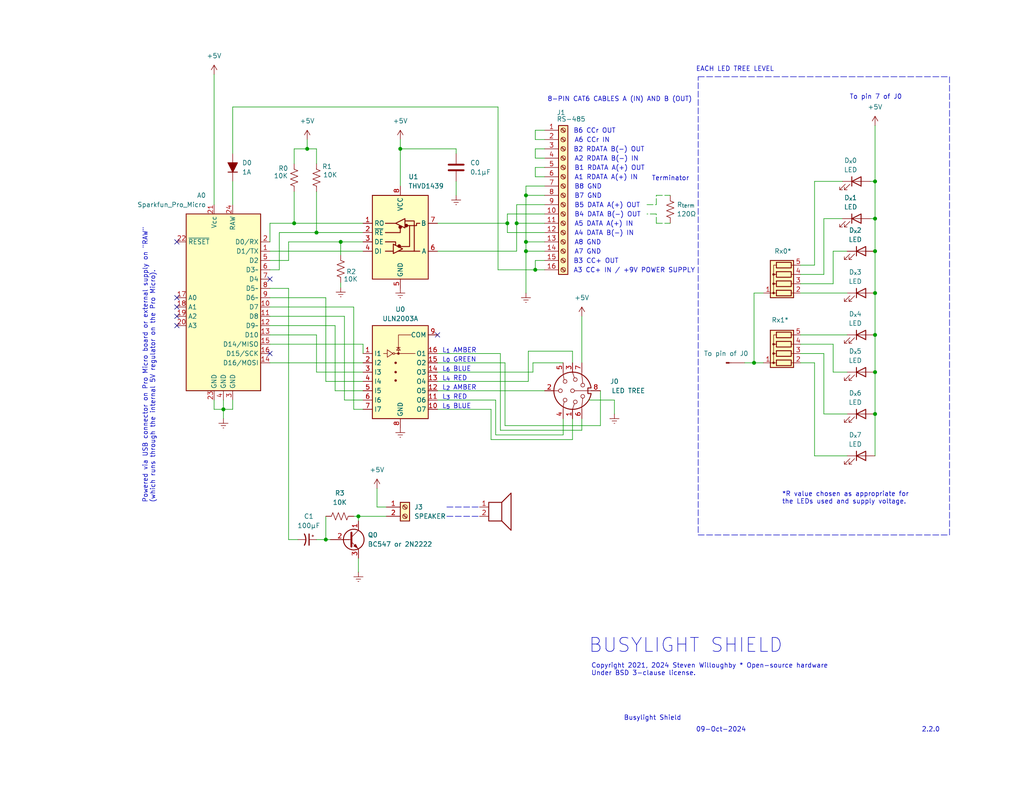
<source format=kicad_sch>
(kicad_sch (version 20231120) (generator "eeschema") (generator_version "8.0")
  (paper "USLetter")
  (lib_symbols
    (symbol "Connector:Conn_01x01_Pin" (pin_numbers hide) (pin_names (offset 1.016) hide)
      (property "Reference" "J" (at 0 2.54 0))
      (property "Value" "Conn_01x01_Pin" (at 0 -2.54 0))
      (symbol "Conn_01x01_Pin_1_1"
        (polyline (pts (xy 1.27 0) (xy 0.8636 0)) (stroke (width 0.1524)))
        (rectangle (start 0.8636 0.127) (end 0 -0.127) (stroke (width 0.1524)) (fill (type outline)))
        (pin passive line (at 5.08 0 180) (length 3.81) (name "Pin_1") (number "1"))
      )
    )
    (symbol "Connector:DIN-8" (pin_names (offset 1.016))
      (property "Reference" "J" (at 3.175 5.715 0))
      (property "Value" "DIN-8" (at 2.032 -5.842 0))
      (symbol "DIN-8_0_1"
        (arc (start -5.08 0) (mid -3.8609 -3.3364) (end -0.762 -5.08) (stroke (width 0.254)))
        (circle (center -3.048 -0.762) (radius 0.508))
        (circle (center -2.54 2.032) (radius 0.508))
        (circle (center -1.524 -2.794) (radius 0.508))
        (polyline (pts (xy -5.08 0) (xy -3.556 -0.508)))
        (polyline (pts (xy 0 -0.508) (xy 0 -5.08)))
        (polyline (pts (xy 0 5.08) (xy 0 3.81)))
        (polyline (pts (xy 5.08 0) (xy 3.556 -0.508)))
        (polyline (pts (xy -5.08 -2.54) (xy -4.318 -2.54) (xy -2.032 -2.794)))
        (polyline (pts (xy -5.08 2.54) (xy -4.318 2.54) (xy -3.048 2.286)))
        (polyline (pts (xy 5.08 -2.54) (xy 4.318 -2.54) (xy 2.032 -2.794)))
        (polyline (pts (xy 5.08 2.54) (xy 4.318 2.54) (xy 3.048 2.286)))
        (polyline (pts (xy -0.762 -4.953) (xy -0.762 -4.191) (xy 0.762 -4.191) (xy 0.762 -4.953)) (stroke (width 0.254)))
        (circle (center 0 0) (radius 0.508))
        (circle (center 0 3.302) (radius 0.508))
        (arc (start 0.762 -5.08) (mid 3.8685 -3.343) (end 5.08 0) (stroke (width 0.254)))
        (circle (center 1.524 -2.794) (radius 0.508))
        (circle (center 2.54 2.032) (radius 0.508))
        (circle (center 3.048 -0.762) (radius 0.508))
        (arc (start 5.08 0) (mid 0 5.0579) (end -5.08 0) (stroke (width 0.254)))
      )
      (symbol "DIN-8_1_1"
        (pin passive line (at -7.62 0 0) (length 2.54) (name "~") (number "1"))
        (pin passive line (at 0 7.62 270) (length 2.54) (name "~") (number "2"))
        (pin passive line (at 7.62 0 180) (length 2.54) (name "~") (number "3"))
        (pin passive line (at -7.62 2.54 0) (length 2.54) (name "~") (number "4"))
        (pin passive line (at 7.62 2.54 180) (length 2.54) (name "~") (number "5"))
        (pin passive line (at -7.62 -2.54 0) (length 2.54) (name "~") (number "6"))
        (pin passive line (at 7.62 -2.54 180) (length 2.54) (name "~") (number "7"))
        (pin passive line (at 0 -7.62 90) (length 2.54) (name "~") (number "8"))
      )
    )
    (symbol "Connector:Screw_Terminal_01x02" (pin_names (offset 1.016) hide)
      (property "Reference" "J" (at 0 2.54 0))
      (property "Value" "Screw_Terminal_01x02" (at 0 -5.08 0))
      (symbol "Screw_Terminal_01x02_1_1"
        (rectangle (start -1.27 1.27) (end 1.27 -3.81) (stroke (width 0.254)) (fill (type background)))
        (circle (center 0 -2.54) (radius 0.635) (stroke (width 0.1524)))
        (polyline (pts (xy -0.5334 -2.2098) (xy 0.3302 -3.048)) (stroke (width 0.1524)))
        (polyline (pts (xy -0.5334 0.3302) (xy 0.3302 -0.508)) (stroke (width 0.1524)))
        (polyline (pts (xy -0.3556 -2.032) (xy 0.508 -2.8702)) (stroke (width 0.1524)))
        (polyline (pts (xy -0.3556 0.508) (xy 0.508 -0.3302)) (stroke (width 0.1524)))
        (circle (center 0 0) (radius 0.635) (stroke (width 0.1524)))
        (pin passive line (at -5.08 0 0) (length 3.81) (name "Pin_1") (number "1"))
        (pin passive line (at -5.08 -2.54 0) (length 3.81) (name "Pin_2") (number "2"))
      )
    )
    (symbol "Connector:Screw_Terminal_01x16" (pin_names (offset 1.016) hide)
      (property "Reference" "J" (at 0 20.32 0))
      (property "Value" "Screw_Terminal_01x16" (at 0 -22.86 0))
      (symbol "Screw_Terminal_01x16_1_1"
        (rectangle (start -1.27 19.05) (end 1.27 -21.59) (stroke (width 0.254)) (fill (type background)))
        (circle (center 0 -20.32) (radius 0.635) (stroke (width 0.1524)))
        (circle (center 0 -17.78) (radius 0.635) (stroke (width 0.1524)))
        (circle (center 0 -15.24) (radius 0.635) (stroke (width 0.1524)))
        (circle (center 0 -12.7) (radius 0.635) (stroke (width 0.1524)))
        (circle (center 0 -10.16) (radius 0.635) (stroke (width 0.1524)))
        (circle (center 0 -7.62) (radius 0.635) (stroke (width 0.1524)))
        (circle (center 0 -5.08) (radius 0.635) (stroke (width 0.1524)))
        (circle (center 0 -2.54) (radius 0.635) (stroke (width 0.1524)))
        (polyline (pts (xy -0.5334 -19.9898) (xy 0.3302 -20.828)) (stroke (width 0.1524)))
        (polyline (pts (xy -0.5334 -17.4498) (xy 0.3302 -18.288)) (stroke (width 0.1524)))
        (polyline (pts (xy -0.5334 -14.9098) (xy 0.3302 -15.748)) (stroke (width 0.1524)))
        (polyline (pts (xy -0.5334 -12.3698) (xy 0.3302 -13.208)) (stroke (width 0.1524)))
        (polyline (pts (xy -0.5334 -9.8298) (xy 0.3302 -10.668)) (stroke (width 0.1524)))
        (polyline (pts (xy -0.5334 -7.2898) (xy 0.3302 -8.128)) (stroke (width 0.1524)))
        (polyline (pts (xy -0.5334 -4.7498) (xy 0.3302 -5.588)) (stroke (width 0.1524)))
        (polyline (pts (xy -0.5334 -2.2098) (xy 0.3302 -3.048)) (stroke (width 0.1524)))
        (polyline (pts (xy -0.5334 0.3302) (xy 0.3302 -0.508)) (stroke (width 0.1524)))
        (polyline (pts (xy -0.5334 2.8702) (xy 0.3302 2.032)) (stroke (width 0.1524)))
        (polyline (pts (xy -0.5334 5.4102) (xy 0.3302 4.572)) (stroke (width 0.1524)))
        (polyline (pts (xy -0.5334 7.9502) (xy 0.3302 7.112)) (stroke (width 0.1524)))
        (polyline (pts (xy -0.5334 10.4902) (xy 0.3302 9.652)) (stroke (width 0.1524)))
        (polyline (pts (xy -0.5334 13.0302) (xy 0.3302 12.192)) (stroke (width 0.1524)))
        (polyline (pts (xy -0.5334 15.5702) (xy 0.3302 14.732)) (stroke (width 0.1524)))
        (polyline (pts (xy -0.5334 18.1102) (xy 0.3302 17.272)) (stroke (width 0.1524)))
        (polyline (pts (xy -0.3556 -19.812) (xy 0.508 -20.6502)) (stroke (width 0.1524)))
        (polyline (pts (xy -0.3556 -17.272) (xy 0.508 -18.1102)) (stroke (width 0.1524)))
        (polyline (pts (xy -0.3556 -14.732) (xy 0.508 -15.5702)) (stroke (width 0.1524)))
        (polyline (pts (xy -0.3556 -12.192) (xy 0.508 -13.0302)) (stroke (width 0.1524)))
        (polyline (pts (xy -0.3556 -9.652) (xy 0.508 -10.4902)) (stroke (width 0.1524)))
        (polyline (pts (xy -0.3556 -7.112) (xy 0.508 -7.9502)) (stroke (width 0.1524)))
        (polyline (pts (xy -0.3556 -4.572) (xy 0.508 -5.4102)) (stroke (width 0.1524)))
        (polyline (pts (xy -0.3556 -2.032) (xy 0.508 -2.8702)) (stroke (width 0.1524)))
        (polyline (pts (xy -0.3556 0.508) (xy 0.508 -0.3302)) (stroke (width 0.1524)))
        (polyline (pts (xy -0.3556 3.048) (xy 0.508 2.2098)) (stroke (width 0.1524)))
        (polyline (pts (xy -0.3556 5.588) (xy 0.508 4.7498)) (stroke (width 0.1524)))
        (polyline (pts (xy -0.3556 8.128) (xy 0.508 7.2898)) (stroke (width 0.1524)))
        (polyline (pts (xy -0.3556 10.668) (xy 0.508 9.8298)) (stroke (width 0.1524)))
        (polyline (pts (xy -0.3556 13.208) (xy 0.508 12.3698)) (stroke (width 0.1524)))
        (polyline (pts (xy -0.3556 15.748) (xy 0.508 14.9098)) (stroke (width 0.1524)))
        (polyline (pts (xy -0.3556 18.288) (xy 0.508 17.4498)) (stroke (width 0.1524)))
        (circle (center 0 0) (radius 0.635) (stroke (width 0.1524)))
        (circle (center 0 2.54) (radius 0.635) (stroke (width 0.1524)))
        (circle (center 0 5.08) (radius 0.635) (stroke (width 0.1524)))
        (circle (center 0 7.62) (radius 0.635) (stroke (width 0.1524)))
        (circle (center 0 10.16) (radius 0.635) (stroke (width 0.1524)))
        (circle (center 0 12.7) (radius 0.635) (stroke (width 0.1524)))
        (circle (center 0 15.24) (radius 0.635) (stroke (width 0.1524)))
        (circle (center 0 17.78) (radius 0.635) (stroke (width 0.1524)))
        (pin passive line (at -5.08 17.78 0) (length 3.81) (name "Pin_1") (number "1"))
        (pin passive line (at -5.08 -5.08 0) (length 3.81) (name "Pin_10") (number "10"))
        (pin passive line (at -5.08 -7.62 0) (length 3.81) (name "Pin_11") (number "11"))
        (pin passive line (at -5.08 -10.16 0) (length 3.81) (name "Pin_12") (number "12"))
        (pin passive line (at -5.08 -12.7 0) (length 3.81) (name "Pin_13") (number "13"))
        (pin passive line (at -5.08 -15.24 0) (length 3.81) (name "Pin_14") (number "14"))
        (pin passive line (at -5.08 -17.78 0) (length 3.81) (name "Pin_15") (number "15"))
        (pin passive line (at -5.08 -20.32 0) (length 3.81) (name "Pin_16") (number "16"))
        (pin passive line (at -5.08 15.24 0) (length 3.81) (name "Pin_2") (number "2"))
        (pin passive line (at -5.08 12.7 0) (length 3.81) (name "Pin_3") (number "3"))
        (pin passive line (at -5.08 10.16 0) (length 3.81) (name "Pin_4") (number "4"))
        (pin passive line (at -5.08 7.62 0) (length 3.81) (name "Pin_5") (number "5"))
        (pin passive line (at -5.08 5.08 0) (length 3.81) (name "Pin_6") (number "6"))
        (pin passive line (at -5.08 2.54 0) (length 3.81) (name "Pin_7") (number "7"))
        (pin passive line (at -5.08 0 0) (length 3.81) (name "Pin_8") (number "8"))
        (pin passive line (at -5.08 -2.54 0) (length 3.81) (name "Pin_9") (number "9"))
      )
    )
    (symbol "Device:C" (pin_numbers hide) (pin_names (offset 0.254))
      (property "Reference" "C" (at 0.635 2.54 0))
      (property "Value" "C" (at 0.635 -2.54 0))
      (symbol "C_0_1"
        (polyline (pts (xy -2.032 -0.762) (xy 2.032 -0.762)) (stroke (width 0.508)))
        (polyline (pts (xy -2.032 0.762) (xy 2.032 0.762)) (stroke (width 0.508)))
      )
      (symbol "C_1_1"
        (pin passive line (at 0 3.81 270) (length 2.794) (name "~") (number "1"))
        (pin passive line (at 0 -3.81 90) (length 2.794) (name "~") (number "2"))
      )
    )
    (symbol "Device:C_Polarized_Small_US" (pin_numbers hide) (pin_names (offset 0.254) hide)
      (property "Reference" "C" (at 0.254 1.778 0))
      (property "Value" "C_Polarized_Small_US" (at 0.254 -2.032 0))
      (symbol "C_Polarized_Small_US_0_1"
        (polyline (pts (xy -1.524 0.508) (xy 1.524 0.508)) (stroke (width 0.3048)))
        (polyline (pts (xy -1.27 1.524) (xy -0.762 1.524)))
        (polyline (pts (xy -1.016 1.27) (xy -1.016 1.778)))
        (arc (start 1.524 -0.762) (mid 0 -0.3734) (end -1.524 -0.762) (stroke (width 0.3048)))
      )
      (symbol "C_Polarized_Small_US_1_1"
        (pin passive line (at 0 2.54 270) (length 2.032) (name "~") (number "1"))
        (pin passive line (at 0 -2.54 90) (length 2.032) (name "~") (number "2"))
      )
    )
    (symbol "Device:D_Filled" (pin_numbers hide) (pin_names (offset 1.016) hide)
      (property "Reference" "D" (at 0 2.54 0))
      (property "Value" "D_Filled" (at 0 -2.54 0))
      (symbol "D_Filled_0_1"
        (polyline (pts (xy -1.27 1.27) (xy -1.27 -1.27)) (stroke (width 0.254)))
        (polyline (pts (xy 1.27 0) (xy -1.27 0)))
        (polyline (pts (xy 1.27 1.27) (xy 1.27 -1.27) (xy -1.27 0) (xy 1.27 1.27)) (stroke (width 0.254)) (fill (type outline)))
      )
      (symbol "D_Filled_1_1"
        (pin passive line (at -3.81 0 0) (length 2.54) (name "K") (number "1"))
        (pin passive line (at 3.81 0 180) (length 2.54) (name "A") (number "2"))
      )
    )
    (symbol "Device:LED" (pin_numbers hide) (pin_names (offset 1.016) hide)
      (property "Reference" "D" (at 0 2.54 0))
      (property "Value" "LED" (at 0 -2.54 0))
      (symbol "LED_0_1"
        (polyline (pts (xy -1.27 -1.27) (xy -1.27 1.27)) (stroke (width 0.254)))
        (polyline (pts (xy -1.27 0) (xy 1.27 0)))
        (polyline (pts (xy 1.27 -1.27) (xy 1.27 1.27) (xy -1.27 0) (xy 1.27 -1.27)) (stroke (width 0.254)))
        (polyline (pts (xy -3.048 -0.762) (xy -4.572 -2.286) (xy -3.81 -2.286) (xy -4.572 -2.286) (xy -4.572 -1.524)))
        (polyline (pts (xy -1.778 -0.762) (xy -3.302 -2.286) (xy -2.54 -2.286) (xy -3.302 -2.286) (xy -3.302 -1.524)))
      )
      (symbol "LED_1_1"
        (pin passive line (at -3.81 0 0) (length 2.54) (name "K") (number "1"))
        (pin passive line (at 3.81 0 180) (length 2.54) (name "A") (number "2"))
      )
    )
    (symbol "Device:R_Network04" (pin_names (offset 0) hide)
      (property "Reference" "RN" (at -7.62 0 90))
      (property "Value" "R_Network04" (at 5.08 0 90))
      (symbol "R_Network04_0_1"
        (rectangle (start -6.35 -3.175) (end 3.81 3.175) (stroke (width 0.254)) (fill (type background)))
        (rectangle (start -5.842 1.524) (end -4.318 -2.54) (stroke (width 0.254)))
        (circle (center -5.08 2.286) (radius 0.254) (fill (type outline)))
        (rectangle (start -3.302 1.524) (end -1.778 -2.54) (stroke (width 0.254)))
        (circle (center -2.54 2.286) (radius 0.254) (fill (type outline)))
        (rectangle (start -0.762 1.524) (end 0.762 -2.54) (stroke (width 0.254)))
        (polyline (pts (xy -5.08 -2.54) (xy -5.08 -3.81)))
        (polyline (pts (xy -2.54 -2.54) (xy -2.54 -3.81)))
        (polyline (pts (xy 0 -2.54) (xy 0 -3.81)))
        (polyline (pts (xy 2.54 -2.54) (xy 2.54 -3.81)))
        (polyline (pts (xy -5.08 1.524) (xy -5.08 2.286) (xy -2.54 2.286) (xy -2.54 1.524)))
        (polyline (pts (xy -2.54 1.524) (xy -2.54 2.286) (xy 0 2.286) (xy 0 1.524)))
        (polyline (pts (xy 0 1.524) (xy 0 2.286) (xy 2.54 2.286) (xy 2.54 1.524)))
        (circle (center 0 2.286) (radius 0.254) (fill (type outline)))
        (rectangle (start 1.778 1.524) (end 3.302 -2.54) (stroke (width 0.254)))
      )
      (symbol "R_Network04_1_1"
        (pin passive line (at -5.08 5.08 270) (length 2.54) (name "common") (number "1"))
        (pin passive line (at -5.08 -5.08 90) (length 1.27) (name "R1") (number "2"))
        (pin passive line (at -2.54 -5.08 90) (length 1.27) (name "R2") (number "3"))
        (pin passive line (at 0 -5.08 90) (length 1.27) (name "R3") (number "4"))
        (pin passive line (at 2.54 -5.08 90) (length 1.27) (name "R4") (number "5"))
      )
    )
    (symbol "Device:R_US" (pin_numbers hide) (pin_names (offset 0))
      (property "Reference" "R" (at 2.54 0 90))
      (property "Value" "R_US" (at -2.54 0 90))
      (symbol "R_US_0_1"
        (polyline (pts (xy 0 -2.286) (xy 0 -2.54)))
        (polyline (pts (xy 0 2.286) (xy 0 2.54)))
        (polyline (pts (xy 0 -0.762) (xy 1.016 -1.143) (xy 0 -1.524) (xy -1.016 -1.905) (xy 0 -2.286)))
        (polyline (pts (xy 0 0.762) (xy 1.016 0.381) (xy 0 0) (xy -1.016 -0.381) (xy 0 -0.762)))
        (polyline (pts (xy 0 2.286) (xy 1.016 1.905) (xy 0 1.524) (xy -1.016 1.143) (xy 0 0.762)))
      )
      (symbol "R_US_1_1"
        (pin passive line (at 0 3.81 270) (length 1.27) (name "~") (number "1"))
        (pin passive line (at 0 -3.81 90) (length 1.27) (name "~") (number "2"))
      )
    )
    (symbol "Device:Speaker" (pin_names (offset 0) hide)
      (property "Reference" "LS" (at 1.27 5.715 0))
      (property "Value" "Speaker" (at 1.27 3.81 0))
      (symbol "Speaker_0_0"
        (rectangle (start -2.54 1.27) (end 1.016 -3.81) (stroke (width 0.254)))
        (polyline (pts (xy 1.016 1.27) (xy 3.556 3.81) (xy 3.556 -6.35) (xy 1.016 -3.81)) (stroke (width 0.254)))
      )
      (symbol "Speaker_1_1"
        (pin input line (at -5.08 0 0) (length 2.54) (name "1") (number "1"))
        (pin input line (at -5.08 -2.54 0) (length 2.54) (name "2") (number "2"))
      )
    )
    (symbol "Earth_1" (power) (pin_numbers hide) (pin_names (offset 0) hide)
      (property "Value" "Earth" (at 0 -3.81 0))
      (symbol "Earth_1_0_1"
        (polyline (pts (xy -0.635 -1.905) (xy 0.635 -1.905)))
        (polyline (pts (xy -0.127 -2.54) (xy 0.127 -2.54)))
        (polyline (pts (xy 0 -1.27) (xy 0 0)))
        (polyline (pts (xy 1.27 -1.27) (xy -1.27 -1.27)))
      )
      (symbol "Earth_1_1_1"
        (pin power_in line (at 0 0 270) (length 0) (name "~") (number "1"))
      )
    )
    (symbol "Interface_UART:THVD1420D"
      (property "Reference" "U" (at -6.096 11.43 0))
      (property "Value" "THVD1420D" (at 0.762 11.43 0))
      (symbol "THVD1420D_0_1"
        (rectangle (start -7.62 10.16) (end 7.62 -12.7) (stroke (width 0.254)) (fill (type background)))
        (circle (center -0.3048 -3.683) (radius 0.3556) (stroke (width 0.254)) (fill (type outline)))
        (circle (center -0.0254 1.4986) (radius 0.3556) (stroke (width 0.254)) (fill (type outline)))
        (polyline (pts (xy -4.064 -5.08) (xy -1.905 -5.08)) (stroke (width 0.254)))
        (polyline (pts (xy -4.064 2.54) (xy -1.27 2.54)) (stroke (width 0.254)))
        (polyline (pts (xy -1.27 -3.2004) (xy -1.27 -3.4544)) (stroke (width 0.254)))
        (polyline (pts (xy -0.635 -5.08) (xy 5.334 -5.08)) (stroke (width 0.254)))
        (polyline (pts (xy -4.064 -2.54) (xy -1.27 -2.54) (xy -1.27 -3.175)) (stroke (width 0.254)))
        (polyline (pts (xy 0 1.27) (xy 0 0) (xy -4.064 0)) (stroke (width 0.254)))
        (polyline (pts (xy 1.27 3.175) (xy 3.81 3.175) (xy 3.81 -5.08)) (stroke (width 0.254)))
        (polyline (pts (xy 2.54 1.905) (xy 2.54 -3.81) (xy 0 -3.81)) (stroke (width 0.254)))
        (polyline (pts (xy -1.905 -3.175) (xy -1.905 -5.715) (xy 0.635 -4.445) (xy -1.905 -3.175)) (stroke (width 0.254)))
        (polyline (pts (xy -1.27 2.54) (xy 1.27 3.81) (xy 1.27 1.27) (xy -1.27 2.54)) (stroke (width 0.254)))
        (polyline (pts (xy 1.905 1.905) (xy 4.445 1.905) (xy 4.445 2.54) (xy 5.334 2.54)) (stroke (width 0.254)))
        (rectangle (start 1.27 3.175) (end 1.27 3.175))
        (circle (center 1.651 1.905) (radius 0.3556) (stroke (width 0.254)) (fill (type outline)))
      )
      (symbol "THVD1420D_1_1"
        (pin output line (at -10.16 2.54 0) (length 2.54) (name "RO") (number "1"))
        (pin input line (at -10.16 0 0) (length 2.54) (name "~{RE}") (number "2"))
        (pin input line (at -10.16 -2.54 0) (length 2.54) (name "DE") (number "3"))
        (pin input line (at -10.16 -5.08 0) (length 2.54) (name "DI") (number "4"))
        (pin power_in line (at 0 -15.24 90) (length 2.54) (name "GND") (number "5"))
        (pin bidirectional line (at 10.16 -5.08 180) (length 2.54) (name "A") (number "6"))
        (pin bidirectional line (at 10.16 2.54 180) (length 2.54) (name "B") (number "7"))
        (pin power_in line (at 0 12.7 270) (length 2.54) (name "VCC") (number "8"))
      )
    )
    (symbol "MCU_Module_Local:Sparkfun_Pro_Micro"
      (property "Reference" "A" (at -10.16 23.495 0))
      (property "Value" "Sparkfun_Pro_Micro" (at 5.08 -26.67 0))
      (symbol "Sparkfun_Pro_Micro_0_1"
        (rectangle (start -10.16 22.86) (end 10.16 -25.4) (stroke (width 0.254)) (fill (type background)))
      )
      (symbol "Sparkfun_Pro_Micro_1_1"
        (pin bidirectional line (at -12.7 12.7 0) (length 2.54) (name "D1/TX") (number "1"))
        (pin bidirectional line (at -12.7 -2.54 0) (length 2.54) (name "D7") (number "10"))
        (pin bidirectional line (at -12.7 -5.08 0) (length 2.54) (name "D8") (number "11"))
        (pin bidirectional line (at -12.7 -7.62 0) (length 2.54) (name "D9~") (number "12"))
        (pin bidirectional line (at -12.7 -10.16 0) (length 2.54) (name "D10") (number "13"))
        (pin bidirectional line (at -12.7 -17.78 0) (length 2.54) (name "D16/MOSI") (number "14"))
        (pin bidirectional line (at -12.7 -12.7 0) (length 2.54) (name "D14/MISO") (number "15"))
        (pin bidirectional line (at -12.7 -15.24 0) (length 2.54) (name "D15/SCK") (number "16"))
        (pin bidirectional line (at 12.7 0 180) (length 2.54) (name "A0") (number "17"))
        (pin bidirectional line (at 12.7 -2.54 180) (length 2.54) (name "A1") (number "18"))
        (pin bidirectional line (at 12.7 -5.08 180) (length 2.54) (name "A2") (number "19"))
        (pin bidirectional line (at -12.7 15.24 0) (length 2.54) (name "D0/RX") (number "2"))
        (pin bidirectional line (at 12.7 -7.62 180) (length 2.54) (name "A3") (number "20"))
        (pin power_out line (at 2.54 25.4 270) (length 2.54) (name "Vcc") (number "21"))
        (pin input line (at 12.7 15.24 180) (length 2.54) (name "~{RESET}") (number "22"))
        (pin power_in line (at 2.54 -27.94 90) (length 2.54) (name "GND") (number "23"))
        (pin power_in line (at -2.54 25.4 270) (length 2.54) (name "RAW") (number "24"))
        (pin power_in line (at -2.54 -27.94 90) (length 2.54) (name "GND") (number "3"))
        (pin power_in line (at 0 -27.94 90) (length 2.54) (name "GND") (number "4"))
        (pin bidirectional line (at -12.7 10.16 0) (length 2.54) (name "D2") (number "5"))
        (pin bidirectional line (at -12.7 7.62 0) (length 2.54) (name "D3~") (number "6"))
        (pin bidirectional line (at -12.7 5.08 0) (length 2.54) (name "D4") (number "7"))
        (pin bidirectional line (at -12.7 2.54 0) (length 2.54) (name "D5~") (number "8"))
        (pin bidirectional line (at -12.7 0 0) (length 2.54) (name "D6~") (number "9"))
      )
    )
    (symbol "Transistor_Array:ULN2003A"
      (property "Reference" "U" (at 0 15.875 0))
      (property "Value" "ULN2003A" (at 0 13.97 0))
      (symbol "ULN2003A_0_1"
        (rectangle (start -7.62 -12.7) (end 7.62 12.7) (stroke (width 0.254)) (fill (type background)))
        (circle (center -1.778 5.08) (radius 0.254))
        (circle (center -1.27 -2.286) (radius 0.254) (fill (type outline)))
        (circle (center -1.27 0) (radius 0.254) (fill (type outline)))
        (circle (center -1.27 2.54) (radius 0.254) (fill (type outline)))
        (circle (center -0.508 5.08) (radius 0.254) (fill (type outline)))
        (polyline (pts (xy -4.572 5.08) (xy -3.556 5.08)))
        (polyline (pts (xy -1.524 5.08) (xy 4.064 5.08)))
        (polyline (pts (xy 0 6.731) (xy -1.016 6.731)))
        (polyline (pts (xy -0.508 5.08) (xy -0.508 10.16) (xy 2.921 10.16)))
        (polyline (pts (xy -3.556 6.096) (xy -3.556 4.064) (xy -2.032 5.08) (xy -3.556 6.096)))
        (polyline (pts (xy 0 5.969) (xy -1.016 5.969) (xy -0.508 6.731) (xy 0 5.969)))
      )
      (symbol "ULN2003A_1_1"
        (pin input line (at -10.16 5.08 0) (length 2.54) (name "I1") (number "1"))
        (pin open_collector line (at 10.16 -10.16 180) (length 2.54) (name "O7") (number "10"))
        (pin open_collector line (at 10.16 -7.62 180) (length 2.54) (name "O6") (number "11"))
        (pin open_collector line (at 10.16 -5.08 180) (length 2.54) (name "O5") (number "12"))
        (pin open_collector line (at 10.16 -2.54 180) (length 2.54) (name "O4") (number "13"))
        (pin open_collector line (at 10.16 0 180) (length 2.54) (name "O3") (number "14"))
        (pin open_collector line (at 10.16 2.54 180) (length 2.54) (name "O2") (number "15"))
        (pin open_collector line (at 10.16 5.08 180) (length 2.54) (name "O1") (number "16"))
        (pin input line (at -10.16 2.54 0) (length 2.54) (name "I2") (number "2"))
        (pin input line (at -10.16 0 0) (length 2.54) (name "I3") (number "3"))
        (pin input line (at -10.16 -2.54 0) (length 2.54) (name "I4") (number "4"))
        (pin input line (at -10.16 -5.08 0) (length 2.54) (name "I5") (number "5"))
        (pin input line (at -10.16 -7.62 0) (length 2.54) (name "I6") (number "6"))
        (pin input line (at -10.16 -10.16 0) (length 2.54) (name "I7") (number "7"))
        (pin power_in line (at 0 -15.24 90) (length 2.54) (name "GND") (number "8"))
        (pin passive line (at 10.16 10.16 180) (length 2.54) (name "COM") (number "9"))
      )
    )
    (symbol "Transistor_BJT:BC547" (pin_names (offset 0) hide)
      (property "Reference" "Q" (at 5.08 1.905 0))
      (property "Value" "BC547" (at 5.08 0 0))
      (symbol "BC547_0_1"
        (polyline (pts (xy 0 0) (xy 0.635 0)))
        (polyline (pts (xy 0.635 0.635) (xy 2.54 2.54)))
        (polyline (pts (xy 0.635 -0.635) (xy 2.54 -2.54) (xy 2.54 -2.54)))
        (polyline (pts (xy 0.635 1.905) (xy 0.635 -1.905) (xy 0.635 -1.905)) (stroke (width 0.508)))
        (polyline (pts (xy 1.27 -1.778) (xy 1.778 -1.27) (xy 2.286 -2.286) (xy 1.27 -1.778) (xy 1.27 -1.778)) (fill (type outline)))
        (circle (center 1.27 0) (radius 2.8194) (stroke (width 0.254)))
      )
      (symbol "BC547_1_1"
        (pin passive line (at 2.54 5.08 270) (length 2.54) (name "C") (number "1"))
        (pin input line (at -5.08 0 0) (length 5.08) (name "B") (number "2"))
        (pin passive line (at 2.54 -5.08 90) (length 2.54) (name "E") (number "3"))
      )
    )
    (symbol "power:+5V" (power) (pin_names (offset 0))
      (property "Value" "+5V" (at 0 3.556 0))
      (symbol "+5V_0_1"
        (polyline (pts (xy -0.762 1.27) (xy 0 2.54)))
        (polyline (pts (xy 0 0) (xy 0 2.54)))
        (polyline (pts (xy 0 2.54) (xy 0.762 1.27)))
      )
      (symbol "+5V_1_1"
        (pin power_in line (at 0 0 90) (length 0) hide (name "+5V") (number "1"))
      )
    )
    (symbol "power:Earth" (power) (pin_names (offset 0))
      (symbol "Earth_0_1"
        (polyline (pts (xy -0.635 -1.905) (xy 0.635 -1.905)))
        (polyline (pts (xy -0.127 -2.54) (xy 0.127 -2.54)))
        (polyline (pts (xy 0 -1.27) (xy 0 0)))
        (polyline (pts (xy 1.27 -1.27) (xy -1.27 -1.27)))
      )
      (symbol "Earth_1_1"
        (pin power_in line (at 0 0 270) (length 0) hide (name "Earth") (number "1"))
      )
    )
  )
  (junction (at 238.76 113.03))
  (junction (at 238.76 80.01))
  (junction (at 238.76 91.44))
  (junction (at 205.74 99.06))
  (junction (at 146.05 73.66))
  (junction (at 140.97 60.96))
  (junction (at 238.76 59.69))
  (junction (at 143.51 53.34))
  (junction (at 92.964 66.04))
  (junction (at 138.43 60.96))
  (junction (at 109.22 40.64))
  (junction (at 80.264 60.96))
  (junction (at 97.79 140.97))
  (junction (at 238.76 68.58))
  (junction (at 143.51 66.04))
  (junction (at 238.76 49.53))
  (junction (at 143.51 68.58))
  (junction (at 86.36 63.5))
  (junction (at 83.82 40.64))
  (junction (at 238.76 101.6))
  (junction (at 88.9 147.32))
  (junction (at 60.96 111.76))
  (no_connect (at 48.26 88.9))
  (no_connect (at 73.66 76.2))
  (no_connect (at 48.26 83.82))
  (no_connect (at 48.26 66.04))
  (no_connect (at 119.38 91.44))
  (no_connect (at 48.26 86.36))
  (no_connect (at 73.66 96.52))
  (no_connect (at 48.26 81.28))
  (wire (pts (xy 222.25 99.06) (xy 222.25 124.46)))
  (wire (pts (xy 137.795 99.06) (xy 137.795 116.205)))
  (wire (pts (xy 78.74 78.74) (xy 73.66 78.74)))
  (wire (pts (xy 80.264 52.324) (xy 80.264 60.96)))
  (wire (pts (xy 119.38 96.52) (xy 136.525 96.52)))
  (wire (pts (xy 88.9 147.32) (xy 90.17 147.32)))
  (wire (pts (xy 119.38 101.6) (xy 145.415 101.6)))
  (wire (pts (xy 93.98 109.22) (xy 99.06 109.22)))
  (wire (pts (xy 143.51 50.8) (xy 143.51 53.34)))
  (wire (pts (xy 76.2 63.5) (xy 86.36 63.5)))
  (wire (pts (xy 73.66 91.44) (xy 86.36 91.44)))
  (wire (pts (xy 167.64 113.03) (xy 167.64 109.22)))
  (wire (pts (xy 73.66 88.9) (xy 91.44 88.9)))
  (wire (pts (xy 227.33 101.6) (xy 231.14 101.6)))
  (wire (pts (xy 224.79 96.52) (xy 224.79 113.03)))
  (wire (pts (xy 238.76 101.6) (xy 238.76 113.03)))
  (wire (pts (xy 133.985 111.76) (xy 133.985 120.015)))
  (wire (pts (xy 179.07 58.42) (xy 176.53 58.42)) (stroke (width 0) (type dash)))
  (wire (pts (xy 73.66 86.36) (xy 93.98 86.36)))
  (wire (pts (xy 146.05 45.72) (xy 146.05 48.26)))
  (wire (pts (xy 176.53 55.88) (xy 179.07 55.88)) (stroke (width 0) (type dash)))
  (wire (pts (xy 224.79 59.69) (xy 229.87 59.69)))
  (wire (pts (xy 119.38 111.76) (xy 133.985 111.76)))
  (wire (pts (xy 148.59 40.64) (xy 146.05 40.64)))
  (wire (pts (xy 148.59 35.56) (xy 146.05 35.56)))
  (wire (pts (xy 146.05 71.12) (xy 146.05 73.66)))
  (wire (pts (xy 179.07 55.88) (xy 179.07 53.34)) (stroke (width 0) (type dash)))
  (wire (pts (xy 146.05 38.1) (xy 148.59 38.1)))
  (wire (pts (xy 119.38 99.06) (xy 137.795 99.06)))
  (wire (pts (xy 96.52 140.97) (xy 97.79 140.97)))
  (wire (pts (xy 86.36 101.6) (xy 99.06 101.6)))
  (wire (pts (xy 60.96 111.76) (xy 60.96 114.3)))
  (wire (pts (xy 135.255 109.22) (xy 135.255 118.745)))
  (wire (pts (xy 143.51 68.58) (xy 143.51 80.01)))
  (wire (pts (xy 73.66 60.96) (xy 80.264 60.96)))
  (wire (pts (xy 63.5 49.53) (xy 63.5 55.88)))
  (wire (pts (xy 218.44 74.93) (xy 224.79 74.93)))
  (wire (pts (xy 238.76 113.03) (xy 238.76 124.46)))
  (wire (pts (xy 227.33 68.58) (xy 231.14 68.58)))
  (wire (pts (xy 60.96 109.22) (xy 60.96 111.76)))
  (wire (pts (xy 102.87 138.43) (xy 102.87 133.35)))
  (polyline (pts (xy 121.92 140.97) (xy 130.81 140.97)) (stroke (width 0) (type dash)))
  (wire (pts (xy 88.9 140.97) (xy 88.9 147.32)))
  (wire (pts (xy 143.51 68.58) (xy 148.59 68.58)))
  (wire (pts (xy 146.05 35.56) (xy 146.05 38.1)))
  (wire (pts (xy 92.964 66.04) (xy 99.06 66.04)))
  (wire (pts (xy 86.36 63.5) (xy 99.06 63.5)))
  (wire (pts (xy 148.59 45.72) (xy 146.05 45.72)))
  (wire (pts (xy 143.51 53.34) (xy 148.59 53.34)))
  (wire (pts (xy 143.51 53.34) (xy 143.51 66.04)))
  (wire (pts (xy 146.05 71.12) (xy 148.59 71.12)))
  (wire (pts (xy 146.05 73.66) (xy 148.59 73.66)))
  (wire (pts (xy 105.41 138.43) (xy 102.87 138.43)))
  (wire (pts (xy 148.59 50.8) (xy 143.51 50.8)))
  (wire (pts (xy 156.21 95.885) (xy 156.21 99.06)))
  (wire (pts (xy 133.985 120.015) (xy 156.21 120.015)))
  (polyline (pts (xy 121.92 138.43) (xy 130.81 138.43)) (stroke (width 0) (type dash)))
  (wire (pts (xy 140.97 60.96) (xy 140.97 55.88)))
  (wire (pts (xy 227.33 93.98) (xy 227.33 101.6)))
  (wire (pts (xy 163.83 116.205) (xy 163.83 106.68)))
  (wire (pts (xy 227.33 77.47) (xy 227.33 68.58)))
  (wire (pts (xy 238.76 91.44) (xy 238.76 101.6)))
  (wire (pts (xy 146.05 43.18) (xy 148.59 43.18)))
  (wire (pts (xy 179.07 60.96) (xy 179.07 58.42)) (stroke (width 0) (type dash)))
  (wire (pts (xy 73.66 68.58) (xy 99.06 68.58)))
  (wire (pts (xy 124.46 49.53) (xy 124.46 53.34)))
  (wire (pts (xy 160.655 109.22) (xy 167.64 109.22)))
  (wire (pts (xy 124.46 40.64) (xy 109.22 40.64)))
  (wire (pts (xy 156.21 120.015) (xy 156.21 114.3)))
  (wire (pts (xy 224.79 113.03) (xy 231.14 113.03)))
  (wire (pts (xy 138.43 58.42) (xy 148.59 58.42)))
  (wire (pts (xy 144.145 104.14) (xy 144.145 95.885)))
  (wire (pts (xy 218.44 99.06) (xy 222.25 99.06)))
  (wire (pts (xy 73.66 93.98) (xy 99.06 93.98)))
  (wire (pts (xy 96.52 83.82) (xy 96.52 111.76)))
  (wire (pts (xy 138.43 63.5) (xy 138.43 60.96)))
  (wire (pts (xy 63.5 29.21) (xy 63.5 41.91)))
  (wire (pts (xy 88.9 81.28) (xy 88.9 104.14)))
  (wire (pts (xy 145.415 99.06) (xy 153.67 99.06)))
  (wire (pts (xy 119.38 60.96) (xy 138.43 60.96)))
  (wire (pts (xy 145.415 101.6) (xy 145.415 99.06)))
  (wire (pts (xy 86.36 91.44) (xy 86.36 101.6)))
  (wire (pts (xy 97.79 140.97) (xy 97.79 142.24)))
  (wire (pts (xy 238.76 49.53) (xy 238.76 59.69)))
  (wire (pts (xy 73.66 73.66) (xy 76.2 73.66)))
  (wire (pts (xy 136.525 96.52) (xy 136.525 117.475)))
  (wire (pts (xy 218.44 93.98) (xy 227.33 93.98)))
  (wire (pts (xy 92.964 78.486) (xy 92.964 77.216)))
  (wire (pts (xy 148.59 63.5) (xy 138.43 63.5)))
  (wire (pts (xy 78.74 147.32) (xy 81.28 147.32)))
  (wire (pts (xy 222.25 49.53) (xy 229.87 49.53)))
  (wire (pts (xy 63.5 111.76) (xy 60.96 111.76)))
  (wire (pts (xy 73.66 83.82) (xy 96.52 83.82)))
  (wire (pts (xy 143.51 66.04) (xy 148.59 66.04)))
  (wire (pts (xy 96.52 111.76) (xy 99.06 111.76)))
  (wire (pts (xy 144.145 95.885) (xy 156.21 95.885)))
  (wire (pts (xy 91.44 106.68) (xy 99.06 106.68)))
  (wire (pts (xy 99.06 93.98) (xy 99.06 96.52)))
  (wire (pts (xy 93.98 86.36) (xy 93.98 109.22)))
  (wire (pts (xy 80.264 60.96) (xy 99.06 60.96)))
  (wire (pts (xy 222.25 72.39) (xy 222.25 49.53)))
  (wire (pts (xy 73.66 71.12) (xy 78.74 71.12)))
  (wire (pts (xy 88.9 104.14) (xy 99.06 104.14)))
  (wire (pts (xy 119.38 104.14) (xy 144.145 104.14)))
  (wire (pts (xy 92.964 69.596) (xy 92.964 66.04)))
  (wire (pts (xy 140.97 60.96) (xy 148.59 60.96)))
  (wire (pts (xy 135.89 29.21) (xy 135.89 73.66)))
  (wire (pts (xy 203.2 99.06) (xy 205.74 99.06)))
  (wire (pts (xy 237.49 59.69) (xy 238.76 59.69)))
  (wire (pts (xy 224.79 74.93) (xy 224.79 59.69)))
  (wire (pts (xy 78.74 66.04) (xy 92.964 66.04)))
  (wire (pts (xy 138.43 60.96) (xy 138.43 58.42)))
  (wire (pts (xy 158.75 86.36) (xy 158.75 99.06)))
  (wire (pts (xy 218.44 80.01) (xy 231.14 80.01)))
  (wire (pts (xy 218.44 77.47) (xy 227.33 77.47)))
  (wire (pts (xy 86.36 44.704) (xy 86.36 40.64)))
  (wire (pts (xy 124.46 41.91) (xy 124.46 40.64)))
  (wire (pts (xy 119.38 109.22) (xy 135.255 109.22)))
  (wire (pts (xy 238.76 80.01) (xy 238.76 91.44)))
  (wire (pts (xy 63.5 29.21) (xy 135.89 29.21)))
  (wire (pts (xy 86.36 40.64) (xy 83.82 40.64)))
  (wire (pts (xy 86.36 147.32) (xy 88.9 147.32)))
  (wire (pts (xy 153.67 114.3) (xy 153.67 118.745)))
  (wire (pts (xy 238.76 34.29) (xy 238.76 49.53)))
  (wire (pts (xy 179.07 60.96) (xy 182.88 60.96)) (stroke (width 0) (type dash)))
  (wire (pts (xy 91.44 88.9) (xy 91.44 106.68)))
  (wire (pts (xy 76.2 73.66) (xy 76.2 63.5)))
  (wire (pts (xy 208.28 80.01) (xy 205.74 80.01)))
  (wire (pts (xy 119.38 68.58) (xy 140.97 68.58)))
  (wire (pts (xy 78.74 71.12) (xy 78.74 66.04)))
  (wire (pts (xy 238.76 68.58) (xy 238.76 80.01)))
  (wire (pts (xy 140.97 55.88) (xy 148.59 55.88)))
  (wire (pts (xy 135.89 73.66) (xy 146.05 73.66)))
  (wire (pts (xy 140.97 68.58) (xy 140.97 60.96)))
  (wire (pts (xy 179.07 53.34) (xy 182.88 53.34)) (stroke (width 0) (type dash)))
  (wire (pts (xy 58.42 111.76) (xy 60.96 111.76)))
  (wire (pts (xy 109.22 38.1) (xy 109.22 40.64)))
  (wire (pts (xy 58.42 109.22) (xy 58.42 111.76)))
  (wire (pts (xy 137.795 116.205) (xy 163.83 116.205)))
  (wire (pts (xy 238.76 59.69) (xy 238.76 68.58)))
  (wire (pts (xy 237.49 49.53) (xy 238.76 49.53)))
  (wire (pts (xy 97.79 152.4) (xy 97.79 156.21)))
  (wire (pts (xy 146.05 40.64) (xy 146.05 43.18)))
  (wire (pts (xy 205.74 99.06) (xy 208.28 99.06)))
  (wire (pts (xy 80.264 40.64) (xy 83.82 40.64)))
  (wire (pts (xy 135.255 118.745) (xy 153.67 118.745)))
  (wire (pts (xy 63.5 109.22) (xy 63.5 111.76)))
  (wire (pts (xy 80.264 40.64) (xy 80.264 44.704)))
  (wire (pts (xy 143.51 66.04) (xy 143.51 68.58)))
  (wire (pts (xy 73.66 66.04) (xy 73.66 60.96)))
  (wire (pts (xy 73.66 81.28) (xy 88.9 81.28)))
  (wire (pts (xy 86.36 52.324) (xy 86.36 63.5)))
  (wire (pts (xy 146.05 48.26) (xy 148.59 48.26)))
  (wire (pts (xy 222.25 124.46) (xy 231.14 124.46)))
  (wire (pts (xy 136.525 117.475) (xy 158.75 117.475)))
  (wire (pts (xy 119.38 106.68) (xy 148.59 106.68)))
  (wire (pts (xy 218.44 72.39) (xy 222.25 72.39)))
  (wire (pts (xy 83.82 38.1) (xy 83.82 40.64)))
  (wire (pts (xy 205.74 80.01) (xy 205.74 99.06)))
  (wire (pts (xy 97.79 140.97) (xy 105.41 140.97)))
  (wire (pts (xy 78.74 147.32) (xy 78.74 78.74)))
  (wire (pts (xy 158.75 117.475) (xy 158.75 114.3)))
  (wire (pts (xy 58.42 20.32) (xy 58.42 55.88)))
  (wire (pts (xy 218.44 96.52) (xy 224.79 96.52)))
  (wire (pts (xy 218.44 91.44) (xy 231.14 91.44)))
  (wire (pts (xy 109.22 40.64) (xy 109.22 50.8)))
  (wire (pts (xy 73.66 99.06) (xy 99.06 99.06)))
  (rectangle (start 190.5 20.955) (end 259.08 146.05) (stroke (width 0) (type dash)))
  (text "B7 GND" (at 156.718 53.594 0) (effects (font (size 1.27 1.27)) (justify left)))
  (text "L_{6} BLUE" (at 120.65 101.6 0) (effects (font (size 1.27 1.27)) (justify left bottom)))
  (text "L_{1} AMBER" (at 120.65 96.52 0) (effects (font (size 1.27 1.27)) (justify left bottom)))
  (text "09-Oct-2024" (at 189.865 200.025 0) (effects (font (size 1.27 1.27)) (justify left bottom)))
  (text "B3 CC+ OUT" (at 156.464 71.374 0) (effects (font (size 1.27 1.27)) (justify left)))
  (text "8-PIN CAT6 CABLES A (IN) AND B (OUT)" (at 149.352 27.178 0) (effects (font (size 1.27 1.27)) (justify left)))
  (text "A4 DATA B(-) IN" (at 156.718 63.754 0) (effects (font (size 1.27 1.27)) (justify left)))
  (text "A5 DATA A(+) IN" (at 156.718 61.214 0) (effects (font (size 1.27 1.27)) (justify left)))
  (text "A2 RDATA B(-) IN" (at 156.718 43.434 0) (effects (font (size 1.27 1.27)) (justify left)))
  (text "Copyright 2021, 2024 Steven Willoughby * Open-source hardware\nUnder BSD 3-clause license." (at 161.29 182.88 0) (effects (font (size 1.27 1.27)) (justify left)))
  (text "L_{3} RED" (at 120.65 109.22 0) (effects (font (size 1.27 1.27)) (justify left bottom)))
  (text "A1 RDATA A(+) IN" (at 156.718 48.514 0) (effects (font (size 1.27 1.27)) (justify left)))
  (text "Busylight Shield" (at 170.18 196.85 0) (effects (font (size 1.27 1.27)) (justify left bottom)))
  (text "L_{5} BLUE" (at 120.65 111.76 0) (effects (font (size 1.27 1.27)) (justify left bottom)))
  (text "Terminator" (at 177.8 49.53 0) (effects (font (size 1.27 1.27)) (justify left bottom)))
  (text "A8 GND" (at 156.718 66.294 0) (effects (font (size 1.27 1.27)) (justify left)))
  (text "L_{2} AMBER" (at 120.65 106.68 0) (effects (font (size 1.27 1.27)) (justify left bottom)))
  (text "To pin 7 of J0" (at 231.775 27.305 0) (effects (font (size 1.27 1.27)) (justify left bottom)))
  (text "B2 RDATA B(-) OUT" (at 156.464 40.894 0) (effects (font (size 1.27 1.27)) (justify left)))
  (text "A3 CC+ IN / +9V POWER SUPPLY" (at 156.464 73.914 0) (effects (font (size 1.27 1.27)) (justify left)))
  (text "B1 RDATA A(+) OUT" (at 156.718 45.974 0) (effects (font (size 1.27 1.27)) (justify left)))
  (text "A6 CCr IN" (at 156.718 38.354 0) (effects (font (size 1.27 1.27)) (justify left)))
  (text "Powered via USB connector on Pro Micro board or external supply on \"RAW\"\n(which runs through the internal 5V regulator on the Pro Micro).\n" (at 42.418 137.414 90) (effects (font (size 1.27 1.27)) (justify left bottom)))
  (text "EACH LED TREE LEVEL" (at 189.865 19.685 0) (effects (font (size 1.27 1.27)) (justify left bottom)))
  (text "B8 GND" (at 156.718 51.054 0) (effects (font (size 1.27 1.27)) (justify left)))
  (text "L_{0} GREEN" (at 120.65 99.06 0) (effects (font (size 1.27 1.27)) (justify left bottom)))
  (text "B5 DATA A(+) OUT" (at 156.718 56.134 0) (effects (font (size 1.27 1.27)) (justify left)))
  (text "2.2.0" (at 251.46 200.025 0) (effects (font (size 1.27 1.27)) (justify left bottom)))
  (text "B4 DATA B(-) OUT" (at 156.718 58.674 0) (effects (font (size 1.27 1.27)) (justify left)))
  (text "BUSYLIGHT SHIELD" (at 160.528 178.562 0) (effects (font (size 3.81 3.81)) (justify left bottom)))
  (text "B6 CCr OUT" (at 156.464 35.814 0) (effects (font (size 1.27 1.27)) (justify left)))
  (text "*R value chosen as appropriate for\nthe LEDs used and supply voltage." (at 213.36 137.795 0) (effects (font (size 1.27 1.27)) (justify left bottom)))
  (text "A7 GND" (at 156.718 68.834 0) (effects (font (size 1.27 1.27)) (justify left)))
  (text "L_{4} RED" (at 120.65 104.14 0) (effects (font (size 1.27 1.27)) (justify left bottom)))
  (symbol (lib_id "Device:R_US") (at 92.964 73.406 0) (unit 1)
    (property "Reference" "R2" (at 94.488 74.168 0) (effects (justify left)))
    (property "Value" "10K" (at 93.726 76.2 0) (effects (justify left)))
    (property "Description" "Resistor, US symbol" (effects (hide yes)))
  )
  (symbol (lib_id "Connector:DIN-8") (at 156.21 106.68 90) (unit 1)
    (property "Reference" "J0" (at 167.64 104.14 90))
    (property "Value" "LED TREE" (at 171.45 106.68 90))
    (property "Datasheet" "http://www.mouser.com/ds/2/18/40_c091_abd_e-75918.pdf" (effects (hide yes)))
  )
  (symbol (lib_id "Device:R_Network04") (at 213.36 74.93 90) (unit 1)
    (property "Reference" "Rx0*" (at 213.614 68.58 90))
    (property "Value" "R_Network04" (effects (hide yes)))
    (property "Footprint" "Resistor_THT:R_Array_SIP5" (effects (hide yes)))
    (property "Datasheet" "http://www.vishay.com/docs/31509/csc.pdf" (effects (hide yes)))
    (property "Description" "4 resistor network, star topology, bussed resistors, small symbol" (effects (hide yes)))
  )
  (symbol (lib_id "Device:LED") (at 234.95 124.46 0) (unit 1)
    (property "Reference" "D_{x}7" (at 233.3625 118.745 0))
    (property "Value" "LED" (at 233.3625 121.285 0))
  )
  (symbol (lib_id "Device:C") (at 124.46 45.72 0) (unit 1)
    (property "Reference" "C0" (at 128.27 44.45 0) (effects (justify left)))
    (property "Value" "0.1μF" (at 128.27 46.99 0) (effects (justify left)))
  )
  (symbol (lib_id "Connector:Screw_Terminal_01x16") (at 153.67 53.34 0) (unit 1)
    (property "Reference" "J1" (at 151.892 30.734 0) (effects (justify left)))
    (property "Value" "RS-485" (at 151.892 32.512 0) (effects (justify left)))
    (property "Description" "Generic screw terminal, single row, 01x16, script generated (kicad-library-utils/schlib/autogen/connector/)" (effects (hide yes)))
  )
  (symbol (lib_id "Device:LED") (at 233.68 49.53 0) (unit 1)
    (property "Reference" "D_{x}0" (at 232.0925 43.815 0))
    (property "Value" "LED" (at 232.0925 46.355 0))
  )
  (symbol (lib_id "power:+5V") (at 83.82 38.1 0) (unit 1)
    (property "Reference" "#PWR07" (effects (hide yes)))
    (property "Value" "+5V" (at 83.82 33.02 0))
  )
  (symbol (lib_id "Device:LED") (at 234.95 68.58 0) (unit 1)
    (property "Reference" "D_{x}2" (at 233.3625 62.865 0))
    (property "Value" "LED" (at 233.3625 65.405 0))
  )
  (symbol (lib_id "power:+5V") (at 238.76 34.29 0) (unit 1)
    (property "Reference" "#PWR011" (effects (hide yes)))
    (property "Value" "+5V" (at 238.76 29.21 0))
  )
  (symbol (lib_id "Device:LED") (at 234.95 91.44 0) (unit 1)
    (property "Reference" "D_{x}4" (at 233.3625 85.725 0))
    (property "Value" "LED" (at 233.3625 88.265 0))
  )
  (symbol (lib_id "power:Earth") (at 124.46 53.34 0) (unit 1)
    (property "Reference" "#PWR05" (effects (hide yes)))
    (property "Value" "Earth" (effects (hide yes)))
  )
  (symbol (lib_id "power:+5V") (at 158.75 86.36 0) (unit 1)
    (property "Reference" "#PWR09" (effects (hide yes)))
    (property "Value" "+5V" (at 158.75 81.28 0))
  )
  (symbol (lib_id "power:+5V") (at 109.22 38.1 0) (unit 1)
    (property "Reference" "#PWR08" (effects (hide yes)))
    (property "Value" "+5V" (at 109.22 33.02 0))
  )
  (symbol (lib_id "power:Earth") (at 92.964 78.486 0) (unit 1)
    (property "Reference" "#PWR01" (effects (hide yes)))
    (property "Value" "Earth" (effects (hide yes)))
  )
  (symbol (lib_id "Device:D_Filled") (at 63.5 45.72 90) (unit 1)
    (property "Reference" "D0" (at 66.04 44.4499 90) (effects (justify right)))
    (property "Value" "1A" (at 66.04 46.9899 90) (effects (justify right)))
    (property "Description" "Diode, filled shape" (effects (hide yes)))
    (property "Sim.Device" "D" (effects (hide yes)))
    (property "Sim.Pins" "1=K 2=A" (effects (hide yes)))
  )
  (symbol (lib_id "Device:LED") (at 234.95 101.6 0) (unit 1)
    (property "Reference" "D_{x}5" (at 233.3625 95.885 0))
    (property "Value" "LED" (at 233.3625 98.425 0))
  )
  (symbol (lib_id "Device:LED") (at 233.68 59.69 0) (unit 1)
    (property "Reference" "D_{x}1" (at 232.0925 53.975 0))
    (property "Value" "LED" (at 232.0925 56.515 0))
  )
  (symbol (lib_id "power:+5V") (at 58.42 20.32 0) (unit 1)
    (property "Reference" "#PWR06" (effects (hide yes)))
    (property "Value" "+5V" (at 58.42 15.24 0))
  )
  (symbol (lib_id "power:Earth") (at 109.22 116.84 0) (unit 1)
    (property "Reference" "#PWR03" (effects (hide yes)))
    (property "Value" "Earth" (effects (hide yes)))
  )
  (symbol (lib_id "Device:LED") (at 234.95 113.03 0) (unit 1)
    (property "Reference" "D_{x}6" (at 233.3625 107.315 0))
    (property "Value" "LED" (at 233.3625 109.855 0))
  )
  (symbol (lib_id "Device:LED") (at 234.95 80.01 0) (unit 1)
    (property "Reference" "D_{x}3" (at 233.3625 74.295 0))
    (property "Value" "LED" (at 233.3625 76.835 0))
  )
  (symbol (lib_id "power:Earth") (at 167.64 113.03 0) (unit 1)
    (property "Reference" "#PWR012" (effects (hide yes)))
    (property "Value" "Earth" (effects (hide yes)))
  )
  (symbol (lib_id "MCU_Module_Local:Sparkfun_Pro_Micro") (at 60.96 81.28 0) (mirror y) (unit 1)
    (property "Reference" "A0" (at 56.2259 53.34 0) (effects (justify left)))
    (property "Value" "Sparkfun_Pro_Micro" (at 56.2259 55.88 0) (effects (justify left)))
  )
  (symbol (lib_id "Connector:Screw_Terminal_01x02") (at 110.49 138.43 0) (unit 1)
    (property "Reference" "J3" (at 113.03 138.4299 0) (effects (justify left)))
    (property "Value" "SPEAKER" (at 113.03 140.9699 0) (effects (justify left)))
    (property "Description" "Generic screw terminal, single row, 01x02, script generated (kicad-library-utils/schlib/autogen/connector/)" (effects (hide yes)))
  )
  (symbol (lib_id "Interface_UART:THVD1420D") (at 109.22 63.5 0) (unit 1)
    (property "Reference" "U1" (at 111.4141 48.26 0) (effects (justify left)))
    (property "Value" "THVD1439" (at 111.4141 50.8 0) (effects (justify left)))
    (property "Footprint" "Package_SO:SOIC-8_3.9x4.9mm_P1.27mm" (effects (hide yes)))
    (property "Datasheet" "https://www.ti.com/lit/ds/symlink/thvd1420.pdf" (effects (hide yes)))
  )
  (symbol (lib_id "Transistor_Array:ULN2003A") (at 109.22 101.6 0) (unit 1)
    (property "Reference" "U0" (at 109.22 84.455 0))
    (property "Value" "ULN2003A" (at 109.22 86.995 0))
    (property "Datasheet" "http://www.ti.com/lit/ds/symlink/uln2003a.pdf" (effects (hide yes)))
  )
  (symbol (lib_id "Device:R_US") (at 182.88 57.15 0) (unit 1)
    (property "Reference" "R_{term}" (at 184.658 55.88 0) (effects (justify left)))
    (property "Value" "120Ω" (at 184.658 58.42 0) (effects (justify left)))
  )
  (symbol (lib_id "Connector:Conn_01x01_Pin") (at 198.12 99.06 0) (unit 1)
    (property "Reference" "J2" (effects (hide yes)))
    (property "Value" "To pin of J0" (at 198.12 96.52 0))
  )
  (symbol (lib_id "power:Earth") (at 60.96 114.3 0) (unit 1)
    (property "Reference" "#PWR02" (effects (hide yes)))
    (property "Value" "Earth" (effects (hide yes)))
  )
  (symbol (lib_id "Device:R_US") (at 80.264 48.514 0) (unit 1)
    (property "Reference" "R0" (at 75.946 45.974 0) (effects (justify left)))
    (property "Value" "10K" (at 74.676 48.006 0) (effects (justify left)))
    (property "Description" "Resistor, US symbol" (effects (hide yes)))
  )
  (symbol (lib_id "Device:R_Network04") (at 213.36 93.98 90) (unit 1)
    (property "Reference" "Rx1*" (at 212.852 87.376 90))
    (property "Value" "R_Network04" (effects (hide yes)))
    (property "Footprint" "Resistor_THT:R_Array_SIP5" (effects (hide yes)))
    (property "Datasheet" "http://www.vishay.com/docs/31509/csc.pdf" (effects (hide yes)))
    (property "Description" "4 resistor network, star topology, bussed resistors, small symbol" (effects (hide yes)))
  )
  (symbol (lib_id "power:+5V") (at 102.87 133.35 0) (unit 1)
    (property "Reference" "#PWR014" (effects (hide yes)))
    (property "Value" "+5V" (at 102.87 128.27 0))
  )
  (symbol (lib_id "Device:C_Polarized_Small_US") (at 83.82 147.32 270) (unit 1)
    (property "Reference" "C1" (at 84.2518 140.97 90))
    (property "Value" "100μF" (at 84.2518 143.51 90))
    (property "Description" "Polarized capacitor, small US symbol" (effects (hide yes)))
  )
  (symbol (lib_id "Device:R_US") (at 86.36 48.514 0) (unit 1)
    (property "Reference" "R1" (at 87.884 45.466 0) (effects (justify left)))
    (property "Value" "10K" (at 88.138 47.752 0) (effects (justify left)))
    (property "Description" "Resistor, US symbol" (effects (hide yes)))
  )
  (symbol (lib_id "power:Earth") (at 109.22 78.74 0) (unit 1)
    (property "Reference" "#PWR04" (effects (hide yes)))
    (property "Value" "Earth" (effects (hide yes)))
  )
  (symbol (lib_id "power:Earth") (at 143.51 80.01 0) (unit 1)
    (property "Reference" "#PWR010" (effects (hide yes)))
    (property "Value" "Earth" (effects (hide yes)))
  )
  (symbol (lib_id "Transistor_BJT:BC547") (at 95.25 147.32 0) (unit 1)
    (property "Reference" "Q0" (at 100.33 146.0499 0) (effects (justify left)))
    (property "Value" "BC547 or 2N2222" (at 100.33 148.5899 0) (effects (justify left)))
    (property "Footprint" "Package_TO_SOT_THT:TO-92_Inline" (effects (hide yes)))
    (property "Datasheet" "https://www.onsemi.com/pub/Collateral/BC550-D.pdf" (effects (hide yes)))
    (property "Description" "0.1A Ic, 45V Vce, Small Signal NPN Transistor, TO-92" (effects (hide yes)))
  )
  (symbol (lib_id "Device:R_US") (at 92.71 140.97 270) (unit 1)
    (property "Reference" "R3" (at 92.71 134.62 90))
    (property "Value" "10K" (at 92.71 137.16 90))
    (property "Description" "Resistor, US symbol" (effects (hide yes)))
  )
  (symbol (lib_name "Earth_1") (lib_id "power:Earth") (at 97.79 156.21 0) (unit 1)
    (property "Reference" "#PWR013" (effects (hide yes)))
    (property "Value" "Earth" (effects (hide yes)))
    (property "Description" "Power symbol creates a global label with name \"Earth\"" (effects (hide yes)))
  )
  (symbol (lib_id "Device:Speaker") (at 135.89 138.43 0) (unit 1)
    (property "Reference" "LS1" (effects (hide yes)))
    (property "Value" "Speaker" (effects (hide yes)))
    (property "Description" "Speaker" (effects (hide yes)))
  )
)
</source>
